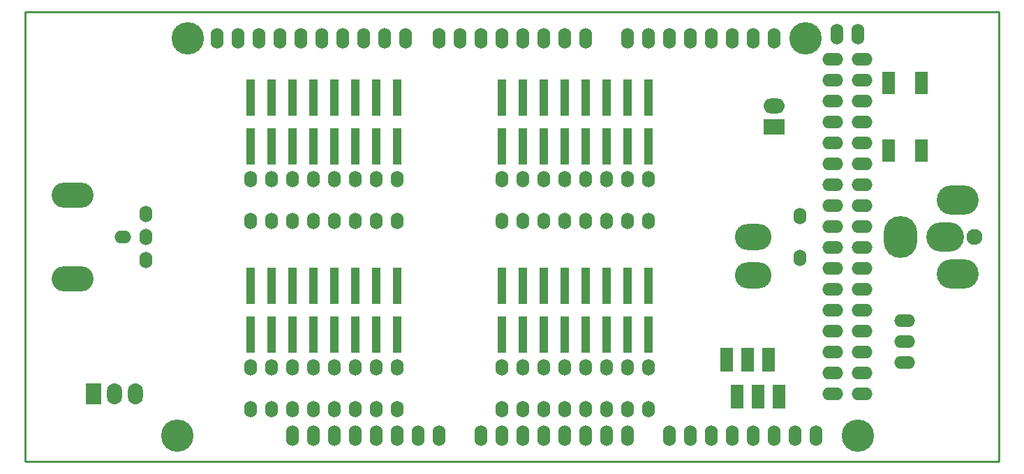
<source format=gts>
G04 #@! TF.FileFunction,Soldermask,Top*
%FSLAX46Y46*%
G04 Gerber Fmt 4.6, Leading zero omitted, Abs format (unit mm)*
G04 Created by KiCad (PCBNEW 0.201501192016+5381~20~ubuntu14.04.1-product) date Wed 21 Jan 2015 01:23:21 PM EST*
%MOMM*%
G01*
G04 APERTURE LIST*
%ADD10C,0.100000*%
%ADD11C,0.228600*%
%ADD12R,1.590040X2.667000*%
%ADD13O,2.540000X1.854200*%
%ADD14R,2.540000X1.854200*%
%ADD15O,1.854200X2.540000*%
%ADD16R,1.854200X2.540000*%
%ADD17O,1.524000X2.032000*%
%ADD18O,4.445000X3.175000*%
%ADD19O,5.080000X3.048000*%
%ADD20O,2.032000X1.524000*%
%ADD21C,3.937000*%
%ADD22O,1.524000X2.540000*%
%ADD23O,2.540000X1.524000*%
%ADD24C,1.930400*%
%ADD25O,4.572000X3.556000*%
%ADD26O,4.064000X5.080000*%
%ADD27O,5.080000X3.556000*%
%ADD28R,1.498600X2.997200*%
%ADD29R,1.016000X4.495800*%
G04 APERTURE END LIST*
D10*
D11*
X211455000Y-75565000D02*
X93345000Y-75565000D01*
X211455000Y-130175000D02*
X211455000Y-75565000D01*
X93345000Y-130175000D02*
X211455000Y-130175000D01*
X93345000Y-75565000D02*
X93345000Y-130175000D01*
D12*
X198026020Y-84137500D03*
X198026020Y-92392500D03*
X202023980Y-84137500D03*
X202023980Y-92392500D03*
D13*
X184150000Y-86995000D03*
D14*
X184150000Y-89535000D03*
D15*
X104140000Y-121920000D03*
X106680000Y-121920000D03*
D16*
X101600000Y-121920000D03*
D17*
X120650000Y-123825000D03*
X120650000Y-118745000D03*
X123190000Y-123825000D03*
X123190000Y-118745000D03*
X125730000Y-123825000D03*
X125730000Y-118745000D03*
X128270000Y-123825000D03*
X128270000Y-118745000D03*
X130810000Y-123825000D03*
X130810000Y-118745000D03*
X133350000Y-123825000D03*
X133350000Y-118745000D03*
X135890000Y-123825000D03*
X135890000Y-118745000D03*
X138430000Y-123825000D03*
X138430000Y-118745000D03*
X151130000Y-123825000D03*
X151130000Y-118745000D03*
X153670000Y-123825000D03*
X153670000Y-118745000D03*
X156210000Y-123825000D03*
X156210000Y-118745000D03*
X158750000Y-123825000D03*
X158750000Y-118745000D03*
X161290000Y-123825000D03*
X161290000Y-118745000D03*
X163830000Y-123825000D03*
X163830000Y-118745000D03*
X166370000Y-123825000D03*
X166370000Y-118745000D03*
X168910000Y-123825000D03*
X168910000Y-118745000D03*
D18*
X181610000Y-102870000D03*
X181610000Y-107569000D03*
D17*
X120650000Y-100965000D03*
X120650000Y-95885000D03*
X123190000Y-100965000D03*
X123190000Y-95885000D03*
X125730000Y-100965000D03*
X125730000Y-95885000D03*
X128270000Y-100965000D03*
X128270000Y-95885000D03*
X130810000Y-100965000D03*
X130810000Y-95885000D03*
X133350000Y-100965000D03*
X133350000Y-95885000D03*
X135890000Y-100965000D03*
X135890000Y-95885000D03*
X138430000Y-100965000D03*
X138430000Y-95885000D03*
X151130000Y-100965000D03*
X151130000Y-95885000D03*
X153670000Y-100965000D03*
X153670000Y-95885000D03*
X156210000Y-100965000D03*
X156210000Y-95885000D03*
X158750000Y-100965000D03*
X158750000Y-95885000D03*
X161290000Y-100965000D03*
X161290000Y-95885000D03*
X163830000Y-100965000D03*
X163830000Y-95885000D03*
X166370000Y-100965000D03*
X166370000Y-95885000D03*
X168910000Y-100965000D03*
X168910000Y-95885000D03*
X187325000Y-105410000D03*
X187325000Y-100330000D03*
D19*
X99060000Y-107950000D03*
X99060000Y-97790000D03*
D20*
X105156000Y-102870000D03*
D17*
X107950000Y-102870000D03*
X107950000Y-100076000D03*
X107950000Y-105664000D03*
D21*
X111760000Y-127000000D03*
X113030000Y-78740000D03*
X194310000Y-127000000D03*
X187960000Y-78740000D03*
D22*
X125730000Y-127000000D03*
X128270000Y-127000000D03*
X130810000Y-127000000D03*
X133350000Y-127000000D03*
X135890000Y-127000000D03*
X138430000Y-127000000D03*
X140970000Y-127000000D03*
X143510000Y-127000000D03*
X148590000Y-127000000D03*
X151130000Y-127000000D03*
X153670000Y-127000000D03*
X156210000Y-127000000D03*
X158750000Y-127000000D03*
X161290000Y-127000000D03*
X163830000Y-127000000D03*
X166370000Y-127000000D03*
X171450000Y-127000000D03*
X173990000Y-127000000D03*
X176530000Y-127000000D03*
X179070000Y-127000000D03*
X181610000Y-127000000D03*
X184150000Y-127000000D03*
X186690000Y-127000000D03*
X189230000Y-127000000D03*
X116586000Y-78740000D03*
X119126000Y-78740000D03*
X121666000Y-78740000D03*
X124206000Y-78740000D03*
X126746000Y-78740000D03*
X129286000Y-78740000D03*
X131826000Y-78740000D03*
X134366000Y-78740000D03*
X136906000Y-78740000D03*
X139446000Y-78740000D03*
X143510000Y-78740000D03*
X161290000Y-78740000D03*
X158750000Y-78740000D03*
X156210000Y-78740000D03*
X153670000Y-78740000D03*
X151130000Y-78740000D03*
X148590000Y-78740000D03*
X146050000Y-78740000D03*
X166370000Y-78740000D03*
X168910000Y-78740000D03*
X171450000Y-78740000D03*
X173990000Y-78740000D03*
X176530000Y-78740000D03*
X179070000Y-78740000D03*
X181610000Y-78740000D03*
X184150000Y-78740000D03*
X191770000Y-78232000D03*
X194310000Y-78232000D03*
D23*
X191262000Y-81280000D03*
X194818000Y-81280000D03*
X191262000Y-83820000D03*
X194818000Y-83820000D03*
X191262000Y-86360000D03*
X194818000Y-86360000D03*
X191262000Y-88900000D03*
X194818000Y-88900000D03*
X191262000Y-91440000D03*
X194818000Y-91440000D03*
X191262000Y-93980000D03*
X194818000Y-93980000D03*
X191262000Y-96520000D03*
X194818000Y-96520000D03*
X191262000Y-99060000D03*
X194818000Y-99060000D03*
X191262000Y-101600000D03*
X194818000Y-101600000D03*
X191262000Y-104140000D03*
X194818000Y-104140000D03*
X191262000Y-106680000D03*
X194818000Y-106680000D03*
X191262000Y-109220000D03*
X194818000Y-109220000D03*
X191262000Y-111760000D03*
X194818000Y-111760000D03*
X191262000Y-114300000D03*
X194818000Y-114300000D03*
X191262000Y-116840000D03*
X194818000Y-116840000D03*
X191262000Y-119380000D03*
X194818000Y-119380000D03*
X191262000Y-121920000D03*
X194818000Y-121920000D03*
X200025000Y-115570000D03*
X200025000Y-118110000D03*
X200025000Y-113030000D03*
D24*
X208457800Y-102870000D03*
D25*
X204952600Y-102870000D03*
D26*
X199466200Y-102870000D03*
D27*
X206451200Y-98374200D03*
X206451200Y-107365800D03*
D28*
X178435000Y-117754400D03*
X179705000Y-122275600D03*
X180975000Y-117754400D03*
X182245000Y-122275600D03*
X183515000Y-117754400D03*
X184785000Y-122275600D03*
D29*
X138430000Y-108762800D03*
X138430000Y-114757200D03*
X135890000Y-108762800D03*
X135890000Y-114757200D03*
X133350000Y-108762800D03*
X133350000Y-114757200D03*
X130810000Y-108762800D03*
X130810000Y-114757200D03*
X128270000Y-108762800D03*
X128270000Y-114757200D03*
X125730000Y-108762800D03*
X125730000Y-114757200D03*
X123190000Y-108762800D03*
X123190000Y-114757200D03*
X120650000Y-108762800D03*
X120650000Y-114757200D03*
X168910000Y-108762800D03*
X168910000Y-114757200D03*
X166370000Y-108762800D03*
X166370000Y-114757200D03*
X163830000Y-108762800D03*
X163830000Y-114757200D03*
X161290000Y-108762800D03*
X161290000Y-114757200D03*
X158750000Y-108762800D03*
X158750000Y-114757200D03*
X156210000Y-108762800D03*
X156210000Y-114757200D03*
X153670000Y-108762800D03*
X153670000Y-114757200D03*
X151130000Y-108762800D03*
X151130000Y-114757200D03*
X138430000Y-85902800D03*
X138430000Y-91897200D03*
X135890000Y-85902800D03*
X135890000Y-91897200D03*
X133350000Y-85902800D03*
X133350000Y-91897200D03*
X130810000Y-85902800D03*
X130810000Y-91897200D03*
X128270000Y-85902800D03*
X128270000Y-91897200D03*
X125730000Y-85902800D03*
X125730000Y-91897200D03*
X123190000Y-85902800D03*
X123190000Y-91897200D03*
X120650000Y-85902800D03*
X120650000Y-91897200D03*
X168910000Y-85902800D03*
X168910000Y-91897200D03*
X166370000Y-85902800D03*
X166370000Y-91897200D03*
X163830000Y-85902800D03*
X163830000Y-91897200D03*
X161290000Y-85902800D03*
X161290000Y-91897200D03*
X158750000Y-85902800D03*
X158750000Y-91897200D03*
X156210000Y-85902800D03*
X156210000Y-91897200D03*
X153670000Y-85902800D03*
X153670000Y-91897200D03*
X151130000Y-85902800D03*
X151130000Y-91897200D03*
M02*

</source>
